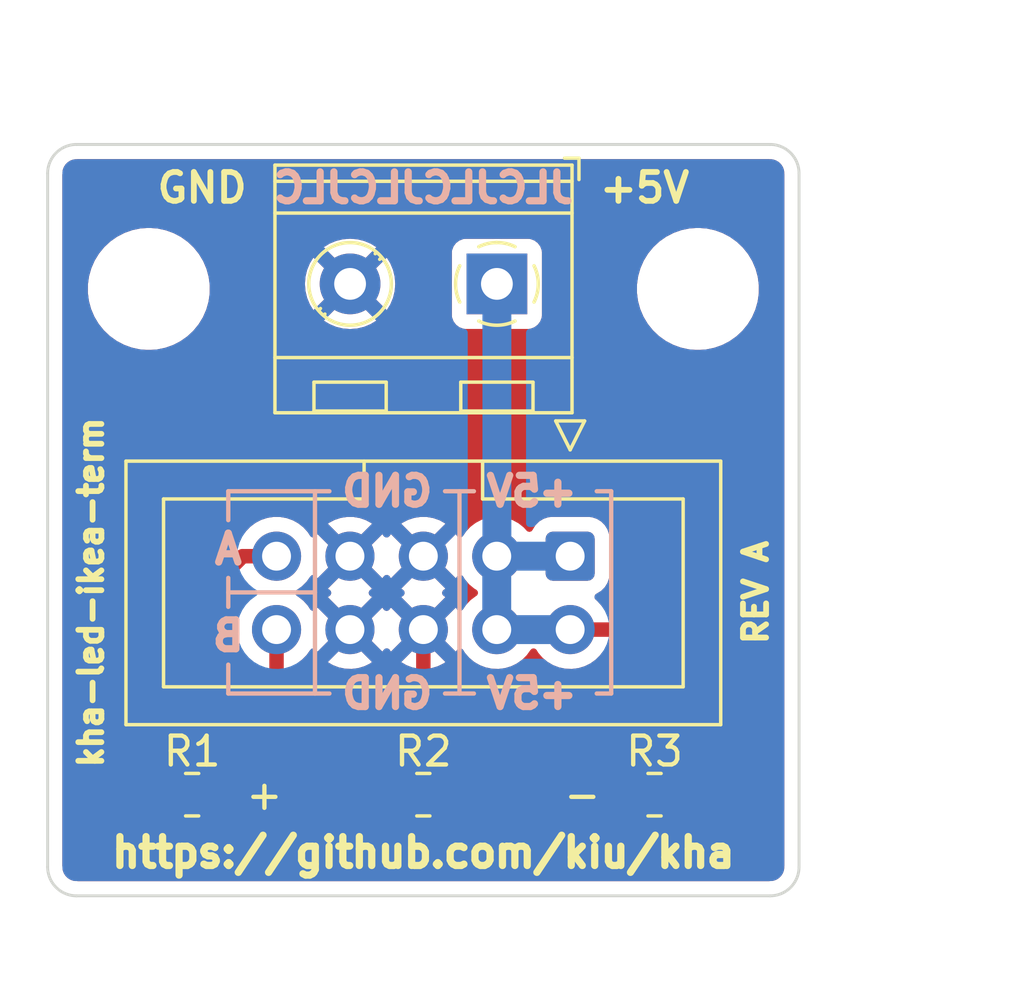
<source format=kicad_pcb>
(kicad_pcb (version 20211014) (generator pcbnew)
  (layers (0 "F.Cu" signal) (31 "B.Cu" signal) (34 "B.Paste" user) (35 "F.Paste" user) (36 "B.SilkS" user "B.Silkscreen") (37 "F.SilkS" user "F.Silkscreen") (38 "B.Mask" user) (39 "F.Mask" user) (44 "Edge.Cuts" user))
  (net 0 "")
  (net 1 "+5V")
  (net 2 "GND")
  (net 3 "Net-(R1-Pad2)")
  (net 4 "Net-(R2-Pad2)")
  (footprint "MountingHole:MountingHole_3.2mm_M3" (layer "F.Cu") (at 93.5 47)
    (fp_text reference "H1" hide)
    (fp_text value "MountingHole")
    (pad "" np_thru_hole circle locked (at 0 0) (size 3.2 3.2) (drill 3.2) (layers *.Cu *.Mask))
  )
  (footprint "Resistor_SMD:R_0805_2012Metric" (layer "F.Cu") (at 95 64.5)
    (fp_text reference "R1" (at 0 -1.5) (layer "F.SilkS"))
    (fp_text value "R")
    (fp_line (start -0.227064 -0.735) (end 0.227064 -0.735) (layer "F.SilkS") (width 0.12))
    (fp_line (start -0.227064 0.735) (end 0.227064 0.735) (layer "F.SilkS") (width 0.12))
    (pad "1" smd roundrect locked (at -0.9125 0) (size 1.025 1.4) (layers "F.Cu" "F.Paste" "F.Mask") (roundrect_rratio 0.243902439) (net 1 "+5V"))
    (pad "2" smd roundrect locked (at 0.9125 0) (size 1.025 1.4) (layers "F.Cu" "F.Paste" "F.Mask") (roundrect_rratio 0.243902439) (net 3 "Net-(R1-Pad2)"))
  )
  (footprint "MountingHole:MountingHole_3.2mm_M3" (layer "F.Cu") (at 112.5 47)
    (fp_text reference "H2" hide)
    (fp_text value "MountingHole")
    (pad "" np_thru_hole circle locked (at 0 0) (size 3.2 3.2) (drill 3.2) (layers *.Cu *.Mask))
  )
  (footprint "TerminalBlock_RND:TerminalBlock_RND_205-00232_1x02_P5.08mm_Horizontal" (layer "F.Cu") (at 105.545 46.825 180)
    (fp_text reference "J1" hide)
    (fp_text value "Screw_Terminal_01x02")
    (fp_line (start -2.6 -4.46) (end 7.68 -4.46) (layer "F.SilkS") (width 0.12))
    (fp_line (start -2.6 4.11) (end 7.68 4.11) (layer "F.SilkS") (width 0.12))
    (fp_line (start 1.25 -4.4) (end 1.25 -3.4) (layer "F.SilkS") (width 0.12))
    (fp_line (start 5.991 -1.085) (end 5.951 -1.045) (layer "F.SilkS") (width 0.12))
    (fp_line (start -2.6 3.55) (end 7.68 3.55) (layer "F.SilkS") (width 0.12))
    (fp_line (start 3.83 -4.4) (end 3.83 -3.4) (layer "F.SilkS") (width 0.12))
    (fp_line (start 3.83 -3.4) (end 6.33 -3.4) (layer "F.SilkS") (width 0.12))
    (fp_line (start -1.25 -3.4) (end 1.25 -3.4) (layer "F.SilkS") (width 0.12))
    (fp_line (start 6.165 -0.91) (end 6.105 -0.851) (layer "F.SilkS") (width 0.12))
    (fp_line (start -1.25 -4.4) (end -1.25 -3.4) (layer "F.SilkS") (width 0.12))
    (fp_line (start 4.056 0.85) (end 3.996 0.91) (layer "F.SilkS") (width 0.12))
    (fp_line (start -2.84 4.35) (end -2.34 4.35) (layer "F.SilkS") (width 0.12))
    (fp_line (start 3.83 -4.4) (end 6.33 -4.4) (layer "F.SilkS") (width 0.12))
    (fp_line (start -2.6 -2.55) (end 7.68 -2.55) (layer "F.SilkS") (width 0.12))
    (fp_line (start 4.21 1.045) (end 4.17 1.085) (layer "F.SilkS") (width 0.12))
    (fp_line (start -1.25 -4.4) (end 1.25 -4.4) (layer "F.SilkS") (width 0.12))
    (fp_line (start -2.6 2.45) (end 7.68 2.45) (layer "F.SilkS") (width 0.12))
    (fp_line (start 7.68 -4.46) (end 7.68 4.11) (layer "F.SilkS") (width 0.12))
    (fp_line (start -2.84 3.61) (end -2.84 4.35) (layer "F.SilkS") (width 0.12))
    (fp_line (start -2.6 -4.46) (end -2.6 4.11) (layer "F.SilkS") (width 0.12))
    (fp_line (start 6.33 -4.4) (end 6.33 -3.4) (layer "F.SilkS") (width 0.12))
    (fp_arc (start 1.285823 -0.627362) (mid 1.430707 -0.000201) (end 1.286 0.627) (layer "F.SilkS") (width 0.12))
    (fp_arc (start 0.626871 1.285275) (mid 0.32168 1.393349) (end 0 1.43) (layer "F.SilkS") (width 0.12))
    (fp_arc (start -1.286611 0.626746) (mid -1.431146 -0.000698) (end -1.286 -0.628) (layer "F.SilkS") (width 0.12))
    (fp_arc (start -0.627362 -1.285823) (mid -0.000201 -1.430707) (end 0.627 -1.286) (layer "F.SilkS") (width 0.12))
    (fp_arc (start 0.02428 1.43094) (mid -0.310437 1.397071) (end -0.628 1.286) (layer "F.SilkS") (width 0.12))
    (fp_circle (center 5.08 0) (end 6.51 0) (layer "F.SilkS") (width 0.12) (fill none))
    (pad "1" thru_hole rect locked (at 0 0 180) (size 2.1 2.1) (drill 1.1) (layers *.Cu *.Mask) (net 1 "+5V"))
    (pad "2" thru_hole circle locked (at 5.08 0 180) (size 2.1 2.1) (drill 1.1) (layers *.Cu *.Mask) (net 2 "GND"))
  )
  (footprint "Connector_IDC:IDC-Header_2x05_P2.54mm_Vertical" (layer "F.Cu") (at 108.08 56.2475 -90)
    (fp_text reference "J2" hide)
    (fp_text value "Conn_01x10")
    (fp_line (start -3.29 15.37) (end -3.29 -5.21) (layer "F.SilkS") (width 0.12))
    (fp_line (start -1.98 3.03) (end -1.98 -3.91) (layer "F.SilkS") (width 0.12))
    (fp_line (start -4.68 -0.5) (end -4.68 0.5) (layer "F.SilkS") (width 0.12))
    (fp_line (start -1.98 7.13) (end -1.98 7.13) (layer "F.SilkS") (width 0.12))
    (fp_line (start -3.29 3.03) (end -1.98 3.03) (layer "F.SilkS") (width 0.12))
    (fp_line (start -1.98 7.13) (end -3.29 7.13) (layer "F.SilkS") (width 0.12))
    (fp_line (start 5.83 15.37) (end -3.29 15.37) (layer "F.SilkS") (width 0.12))
    (fp_line (start 4.52 -3.91) (end 4.52 14.07) (layer "F.SilkS") (width 0.12))
    (fp_line (start 5.83 -5.21) (end 5.83 15.37) (layer "F.SilkS") (width 0.12))
    (fp_line (start -3.68 0) (end -4.68 -0.5) (layer "F.SilkS") (width 0.12))
    (fp_line (start -4.68 0.5) (end -3.68 0) (layer "F.SilkS") (width 0.12))
    (fp_line (start -3.29 -5.21) (end 5.83 -5.21) (layer "F.SilkS") (width 0.12))
    (fp_line (start -1.98 14.07) (end -1.98 7.13) (layer "F.SilkS") (width 0.12))
    (fp_line (start -1.98 -3.91) (end 4.52 -3.91) (layer "F.SilkS") (width 0.12))
    (fp_line (start 4.52 14.07) (end -1.98 14.07) (layer "F.SilkS") (width 0.12))
    (pad "1" thru_hole roundrect locked (at 0 0 270) (size 1.7 1.7) (drill 1) (layers *.Cu *.Mask) (roundrect_rratio 0.1470588235) (net 1 "+5V"))
    (pad "2" thru_hole circle locked (at 2.54 0 270) (size 1.7 1.7) (drill 1) (layers *.Cu *.Mask) (net 1 "+5V"))
    (pad "3" thru_hole circle locked (at 0 2.54 270) (size 1.7 1.7) (drill 1) (layers *.Cu *.Mask) (net 1 "+5V"))
    (pad "4" thru_hole circle locked (at 2.54 2.54 270) (size 1.7 1.7) (drill 1) (layers *.Cu *.Mask) (net 1 "+5V"))
    (pad "5" thru_hole circle locked (at 0 5.08 270) (size 1.7 1.7) (drill 1) (layers *.Cu *.Mask) (net 2 "GND"))
    (pad "6" thru_hole circle locked (at 2.54 5.08 270) (size 1.7 1.7) (drill 1) (layers *.Cu *.Mask) (net 2 "GND"))
    (pad "7" thru_hole circle locked (at 0 7.62 270) (size 1.7 1.7) (drill 1) (layers *.Cu *.Mask) (net 2 "GND"))
    (pad "8" thru_hole circle locked (at 2.54 7.62 270) (size 1.7 1.7) (drill 1) (layers *.Cu *.Mask) (net 2 "GND"))
    (pad "9" thru_hole circle locked (at 0 10.16 270) (size 1.7 1.7) (drill 1) (layers *.Cu *.Mask) (net 3 "Net-(R1-Pad2)"))
    (pad "10" thru_hole circle locked (at 2.54 10.16 270) (size 1.7 1.7) (drill 1) (layers *.Cu *.Mask) (net 4 "Net-(R2-Pad2)"))
  )
  (footprint "Resistor_SMD:R_0805_2012Metric" (layer "F.Cu") (at 103 64.5)
    (fp_text reference "R2" (at 0 -1.5) (layer "F.SilkS"))
    (fp_text value "R")
    (fp_line (start -0.227064 -0.735) (end 0.227064 -0.735) (layer "F.SilkS") (width 0.12))
    (fp_line (start -0.227064 0.735) (end 0.227064 0.735) (layer "F.SilkS") (width 0.12))
    (pad "1" smd roundrect locked (at -0.9125 0) (size 1.025 1.4) (layers "F.Cu" "F.Paste" "F.Mask") (roundrect_rratio 0.243902439) (net 3 "Net-(R1-Pad2)"))
    (pad "2" smd roundrect locked (at 0.9125 0) (size 1.025 1.4) (layers "F.Cu" "F.Paste" "F.Mask") (roundrect_rratio 0.243902439) (net 4 "Net-(R2-Pad2)"))
  )
  (footprint "Resistor_SMD:R_0805_2012Metric" (layer "F.Cu") (at 111 64.5)
    (fp_text reference "R3" (at 0 -1.5) (layer "F.SilkS"))
    (fp_text value "R")
    (fp_line (start -0.227064 -0.735) (end 0.227064 -0.735) (layer "F.SilkS") (width 0.12))
    (fp_line (start -0.227064 0.735) (end 0.227064 0.735) (layer "F.SilkS") (width 0.12))
    (pad "1" smd roundrect locked (at -0.9125 0) (size 1.025 1.4) (layers "F.Cu" "F.Paste" "F.Mask") (roundrect_rratio 0.243902439) (net 4 "Net-(R2-Pad2)"))
    (pad "2" smd roundrect locked (at 0.9125 0) (size 1.025 1.4) (layers "F.Cu" "F.Paste" "F.Mask") (roundrect_rratio 0.243902439) (net 2 "GND"))
  )
  (gr_line (start 96.25 60) (end 96.25 61) (layer "B.SilkS") (width 0.15))
  (gr_line (start 99.25 54) (end 99.25 61) (layer "B.SilkS") (width 0.15))
  (gr_line (start 99.75 54) (end 96.25 54) (layer "B.SilkS") (width 0.15))
  (gr_line (start 96.25 54) (end 96.25 55) (layer "B.SilkS") (width 0.15))
  (gr_line (start 104.25 54) (end 104.25 61) (layer "B.SilkS") (width 0.15))
  (gr_line (start 103.75 61) (end 104.75 61) (layer "B.SilkS") (width 0.15))
  (gr_line (start 109.5 54) (end 109 54) (layer "B.SilkS") (width 0.15))
  (gr_line (start 96.25 57) (end 96.25 58) (layer "B.SilkS") (width 0.15))
  (gr_line (start 96.25 61) (end 99.75 61) (layer "B.SilkS") (width 0.15))
  (gr_line (start 104.75 54) (end 103.75 54) (layer "B.SilkS") (width 0.15))
  (gr_line (start 109.5 61) (end 109 61) (layer "B.SilkS") (width 0.15))
  (gr_line (start 109.5 54) (end 109.5 61) (layer "B.SilkS") (width 0.15))
  (gr_line (start 99.25 57.5) (end 96.25 57.5) (layer "B.SilkS") (width 0.15))
  (gr_line (start 90 67) (end 90 43) (layer "Edge.Cuts") (width 0.1))
  (gr_line (start 115 68) (end 91 68) (layer "Edge.Cuts") (width 0.1))
  (gr_line (start 91 42) (end 115 42) (layer "Edge.Cuts") (width 0.1))
  (gr_arc (start 116 67) (mid 115.707107 67.707107) (end 115 68) (layer "Edge.Cuts") (width 0.1))
  (gr_arc (start 90 43) (mid 90.292893 42.292893) (end 91 42) (layer "Edge.Cuts") (width 0.1))
  (gr_arc (start 91 68) (mid 90.292893 67.707107) (end 90 67) (layer "Edge.Cuts") (width 0.1))
  (gr_arc (start 115 42) (mid 115.707107 42.292893) (end 116 43) (layer "Edge.Cuts") (width 0.1))
  (gr_line (start 116 43) (end 116 67) (layer "Edge.Cuts") (width 0.1))
  (gr_text "GND" (at 101.75 61) (layer "B.SilkS") (effects (font (size 1 1) (thickness 0.25)) (justify mirror)))
  (gr_text "GND" (at 101.75 54) (layer "B.SilkS") (effects (font (size 1 1) (thickness 0.25)) (justify mirror)))
  (gr_text "B" (at 96.25 59) (layer "B.SilkS") (effects (font (size 1 1) (thickness 0.25)) (justify mirror)))
  (gr_text "+5V" (at 106.75 54) (layer "B.SilkS") (effects (font (size 1 1) (thickness 0.25)) (justify mirror)))
  (gr_text "JLCJLCJLCJLC" (at 103 43.5) (layer "B.SilkS") (effects (font (size 1 1) (thickness 0.25)) (justify mirror)))
  (gr_text "+5V" (at 106.75 61) (layer "B.SilkS") (effects (font (size 1 1) (thickness 0.25)) (justify mirror)))
  (gr_text "A" (at 96.25 56) (layer "B.SilkS") (effects (font (size 1 1) (thickness 0.25)) (justify mirror)))
  (gr_text "+" (at 97.5 64.5) (layer "F.SilkS") (effects (font (size 1 1))))
  (gr_text "GND" (at 97 43.5) (layer "F.SilkS") (effects (font (size 1 1) (thickness 0.2)) (justify right)))
  (gr_text "-" (at 108.5 64.5) (layer "F.SilkS") (effects (font (size 1 1))))
  (gr_text "+5V" (at 109 43.5) (layer "F.SilkS") (effects (font (size 1 1) (thickness 0.2)) (justify left)))
  (gr_text "https://github.com/kiu/kha" (at 103 66.5) (layer "F.SilkS") (effects (font (size 1 1) (thickness 0.25))))
  (gr_text "REV A" (at 114.5 57.5 90) (layer "F.SilkS") (effects (font (size 0.8 0.8) (thickness 0.2))))
  (gr_text "kha-led-ikea-term" (at 91.5 57.5 90) (layer "F.SilkS") (effects (font (size 0.8 0.8) (thickness 0.2))))
  (segment (start 114 60) (end 112.7875 58.7875) (width 0.5) (layer "F.Cu") (net 1))
  (segment (start 94.0875 65.5875) (end 94.5 66) (width 0.5) (layer "F.Cu") (net 1))
  (segment (start 94.0875 64.5) (end 94.0875 65.5875) (width 0.5) (layer "F.Cu") (net 1))
  (segment (start 94.5 66) (end 113.5 66) (width 0.5) (layer "F.Cu") (net 1))
  (segment (start 113.5 66) (end 114 65.5) (width 0.5) (layer "F.Cu") (net 1))
  (segment (start 112.7875 58.7875) (end 108.08 58.7875) (width 0.5) (layer "F.Cu") (net 1))
  (segment (start 114 65.5) (end 114 60) (width 0.5) (layer "F.Cu") (net 1))
  (segment (start 105.54 56.2475) (end 105.54 58.7875) (width 1) (layer "B.Cu") (net 1))
  (segment (start 108.08 56.2475) (end 105.54 56.2475) (width 1) (layer "B.Cu") (net 1))
  (segment (start 105.545 54.545) (end 105.545 56.2425) (width 1) (layer "B.Cu") (net 1))
  (segment (start 105.54 58.7875) (end 108.08 58.7875) (width 1) (layer "B.Cu") (net 1))
  (segment (start 105.545 56.2425) (end 105.54 56.2475) (width 1) (layer "B.Cu") (net 1))
  (segment (start 105.545 54.545) (end 105.545 46.825) (width 1) (layer "B.Cu") (net 1))
  (segment (start 103.5 61) (end 103 60.5) (width 0.5) (layer "F.Cu") (net 2))
  (segment (start 110 61) (end 103.5 61) (width 0.5) (layer "F.Cu") (net 2))
  (segment (start 103 60.5) (end 103 58.7875) (width 0.5) (layer "F.Cu") (net 2))
  (segment (start 111.9125 64.5) (end 111.9125 62.9125) (width 0.5) (layer "F.Cu") (net 2))
  (segment (start 111.9125 62.9125) (end 110 61) (width 0.5) (layer "F.Cu") (net 2))
  (segment (start 97.92 56.2475) (end 96.7475 56.2475) (width 0.5) (layer "F.Cu") (net 3))
  (segment (start 95.9125 57.0875) (end 95.9125 64.5) (width 0.5) (layer "F.Cu") (net 3))
  (segment (start 95.9125 57.0875) (end 96.7475 56.2525) (width 0.5) (layer "F.Cu") (net 3))
  (segment (start 102.0875 64.5) (end 95.9125 64.5) (width 0.5) (layer "F.Cu") (net 3))
  (segment (start 96.7475 56.2525) (end 96.7475 56.2475) (width 0.5) (layer "F.Cu") (net 3))
  (segment (start 104 63) (end 103.5 62.5) (width 0.5) (layer "F.Cu") (net 4))
  (segment (start 97.92 60.92) (end 97.92 58.7875) (width 0.5) (layer "F.Cu") (net 4))
  (segment (start 103.9125 64.5) (end 104 64.4125) (width 0.5) (layer "F.Cu") (net 4))
  (segment (start 99.5 62.5) (end 97.92 60.92) (width 0.5) (layer "F.Cu") (net 4))
  (segment (start 110.0875 64.5) (end 103.9125 64.5) (width 0.5) (layer "F.Cu") (net 4))
  (segment (start 104 64.4125) (end 104 63) (width 0.5) (layer "F.Cu") (net 4))
  (segment (start 103.5 62.5) (end 99.5 62.5) (width 0.5) (layer "F.Cu") (net 4))
  (zone (net 2) (net_name "GND") (layers F&B.Cu) (connect_pads (clearance 0.508)) (min_thickness 0.254) (fill yes (thermal_gap 0.508) (thermal_bridge_width 0.508))
    (polygon (pts (xy 116 68) (xy 90 68) (xy 90 42) (xy 116 42)))
  )
)
</source>
